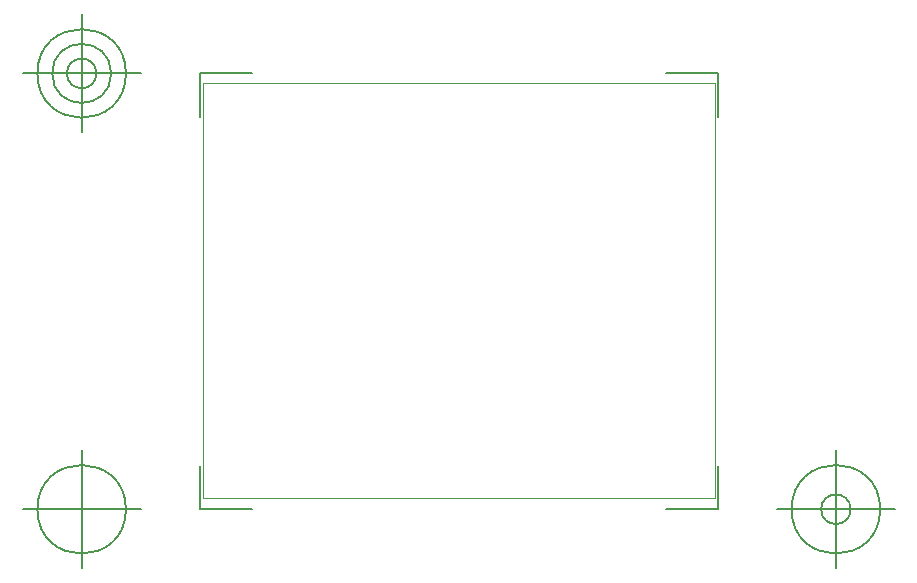
<source format=gbr>
G04 Generated by Ultiboard 11.0 *
%FSLAX25Y25*%
%MOIN*%

%ADD10C,0.00004*%
%ADD11C,0.00500*%


G04 ColorRGB 00FFFF for the following layer *
%LNBoard Outline*%
%LPD*%
%FSLAX25Y25*%
%MOIN*%
G54D10*
X22441Y0D02*
X193110Y0D01*
X193110Y0D02*
X193110Y138189D01*
X193110Y138189D02*
X22441Y138189D01*
X22441Y138189D02*
X22441Y0D01*
G54D11*
X21441Y-3846D02*
X21441Y10683D01*
X21441Y-3846D02*
X38708Y-3846D01*
X194110Y-3846D02*
X176843Y-3846D01*
X194110Y-3846D02*
X194110Y10683D01*
X194110Y141445D02*
X194110Y126916D01*
X194110Y141445D02*
X176843Y141445D01*
X21441Y141445D02*
X38708Y141445D01*
X21441Y141445D02*
X21441Y126916D01*
X1756Y-3846D02*
X-37614Y-3846D01*
X-17929Y-23531D02*
X-17929Y15839D01*
X-32693Y-3846D02*
G75*
D01*
G02X-32693Y-3846I14764J0*
G01*
X213795Y-3846D02*
X253165Y-3846D01*
X233480Y-23531D02*
X233480Y15839D01*
X218717Y-3846D02*
G75*
D01*
G02X218717Y-3846I14764J0*
G01*
X228559Y-3846D02*
G75*
D01*
G02X228559Y-3846I4921J0*
G01*
X1756Y141445D02*
X-37614Y141445D01*
X-17929Y121760D02*
X-17929Y161130D01*
X-32693Y141445D02*
G75*
D01*
G02X-32693Y141445I14764J0*
G01*
X-27772Y141445D02*
G75*
D01*
G02X-27772Y141445I9843J0*
G01*
X-22850Y141445D02*
G75*
D01*
G02X-22850Y141445I4921J0*
G01*

M00*

</source>
